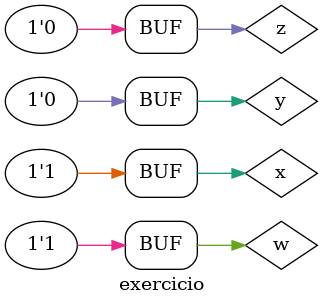
<source format=v>
/*
 
 Nome : Diego Da Siva Ferreira
 Matricula : 71 06 78


*/

module mux (output s, input x , y, selec1, selec2);

	wire vor1, vxor1, vnor1, vxnor1, nselec1, nselec2;
	wire and1, and2, and3, and4, and5, and6;
	wire or1, or2, or3;

	or(vor1, x ,y);
	xor(vxor1, x , y);
	nor(vnor1, x, y);
	xnor(vxnor1, x, y);

	not(nselec1, selec1);
	not(nselec2, selec2);

	and(and1, vor1, nselec1);
	and(and2, vxor1, selec1);


	and(and3, vnor1, nselec1);
	and(and4, vxnor1, selec1);

	or(or1, and1, and2);
	or(or2, and3, and4);

	and(and5, or1, nselec2);
	and(and6, or2, selec2);

	or(s, and5, and6);


endmodule

module exercicio;

	reg x , y, w, z;
	wire s;

	mux novo (s  , x , y, w, z);
	
	initial
	begin : main


		#1 w = 1'b0; z = 1'b0;

		#1 x = 1'b0; y = 1'b0;

		$display("x y selec1 selec2 saida");
		$monitor("%1b %1b   %1b     %1b     %1b" , x , y, w, z, s);

		#1 x = 1'b0; y = 1'b1;
		#1 x = 1'b1; y = 1'b1;
		#1 x = 1'b1; y = 1'b0;	


		#1 w = 1'b0; z = 1'b1;

		#1 x = 1'b0; y = 1'b0;
		#1 x = 1'b0; y = 1'b1;
		#1 x = 1'b1; y = 1'b1;
		#1 x = 1'b1; y = 1'b0;


		#1 w = 1'b1; z = 1'b1;

		#1 x = 1'b0; y = 1'b0;
		#1 x = 1'b0; y = 1'b1;
		#1 x = 1'b1; y = 1'b1;
		#1 x = 1'b1; y = 1'b0;

		#1 w = 1'b1; z = 1'b0;

		#1 x = 1'b0; y = 1'b0;
		#1 x = 1'b0; y = 1'b1;
		#1 x = 1'b1; y = 1'b1;
		#1 x = 1'b1; y = 1'b0;


	end//main
endmodule//exercicio
/*

x y selec1 selec2 saida
0 0   0     0     0
0 1   0     0     1
1 1   0     0     1
1 0   0     0     1
1 0   0     1     0
0 0   0     1     1
0 1   0     1     0
1 1   0     1     0
1 0   0     1     0
1 0   1     1     0
0 0   1     1     1
0 1   1     1     0
1 1   1     1     1
1 0   1     1     0
1 0   1     0     1
0 0   1     0     0
0 1   1     0     1
1 1   1     0     0
1 0   1     0     1


*/

</source>
